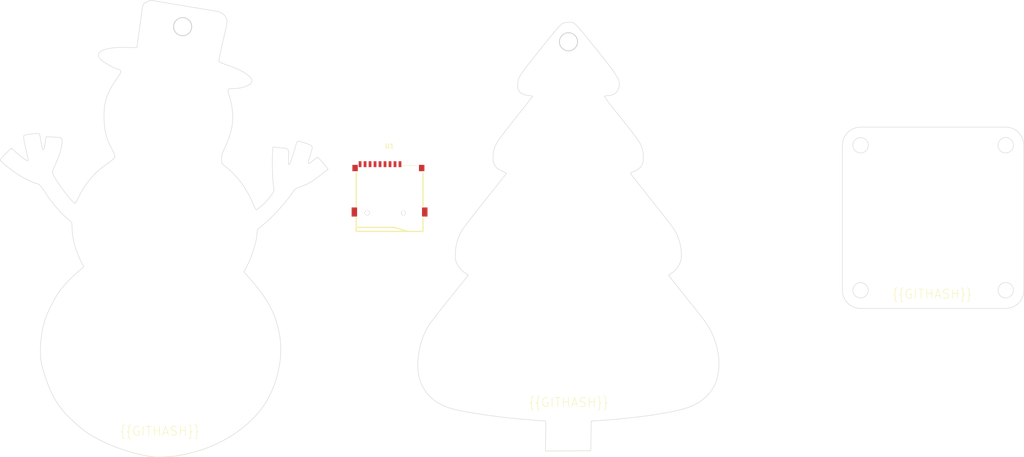
<source format=kicad_pcb>
(kicad_pcb (version 20221018) (generator pcbnew)
  (layers (0 "F.Cu" signal) (31 "B.Cu" signal) (34 "B.Paste" user) (35 "F.Paste" user) (36 "B.SilkS" user "B.Silkscreen") (37 "F.SilkS" user "F.Silkscreen") (38 "B.Mask" user) (39 "F.Mask" user) (44 "Edge.Cuts" user))
  (net 0 "")
  (net 1 "dat2_rsv_")
  (net 2 "cddat3_cs_")
  (net 3 "cmd_di_")
  (net 4 "vdd")
  (net 5 "clk_sclk_")
  (net 6 "vss")
  (net 7 "dat0_d0_")
  (net 8 "dat1_rsv_")
  (net 9 "cd")
  (net 10 "gnd")
  (footprint "lib:TF-SMD_TF-01A" (layer "F.Cu") (at 121.78 91.24)
    (fp_text reference "U1" (at 0 -9.28) (layer "F.SilkS"))
    (fp_text value "")
    (fp_line (start -7.36 -3.41) (end -7.36 4.1) (stroke (width 0.25)) (layer "F.SilkS"))
    (fp_line (start -7.36 6.52) (end -7.36 9.56) (stroke (width 0.25)) (layer "F.SilkS"))
    (fp_line (start -7.36 8.67) (end 1 8.67) (stroke (width 0.25)) (layer "F.SilkS"))
    (fp_line (start -7.36 9.09) (end -7.36 8.67) (stroke (width 0.25)) (layer "F.SilkS"))
    (fp_line (start -7.36 9.56) (end 7.37 9.56) (stroke (width 0.25)) (layer "F.SilkS"))
    (fp_line (start 1 8.67) (end 3.94 9.56) (stroke (width 0.25)) (layer "F.SilkS"))
    (fp_line (start 2.79 -4.97) (end 5.89 -4.97) (stroke (width 0.1)) (layer "F.SilkS"))
    (fp_line (start 7.37 4.17) (end 7.37 -3.33) (stroke (width 0.25)) (layer "F.SilkS"))
    (fp_line (start 7.37 9.56) (end 7.37 6.67) (stroke (width 0.25)) (layer "F.SilkS"))
    (pad "" thru_hole circle (at -4.95 5.48) (size 1 1) (drill 1) (layers "*.Cu" "*.Mask"))
    (pad "" thru_hole circle (at 3.05 5.48) (size 1 1) (drill 1) (layers "*.Cu" "*.Mask"))
    (pad "1" smd rect (at 2.3 -5.28) (size 0.6 1.3) (layers "F.Cu" "F.Paste" "F.Mask") (net 1 "dat2_rsv_"))
    (pad "2" smd rect (at 1.2 -5.28) (size 0.6 1.3) (layers "F.Cu" "F.Paste" "F.Mask") (net 2 "cddat3_cs_"))
    (pad "3" smd rect (at 0.1 -5.28) (size 0.6 1.3) (layers "F.Cu" "F.Paste" "F.Mask") (net 3 "cmd_di_"))
    (pad "4" smd rect (at -1 -5.28) (size 0.6 1.3) (layers "F.Cu" "F.Paste" "F.Mask") (net 4 "vdd"))
    (pad "5" smd rect (at -2.1 -5.28) (size 0.6 1.3) (layers "F.Cu" "F.Paste" "F.Mask") (net 5 "clk_sclk_"))
    (pad "6" smd rect (at -3.2 -5.28) (size 0.6 1.3) (layers "F.Cu" "F.Paste" "F.Mask") (net 6 "vss"))
    (pad "7" smd rect (at -4.3 -5.28) (size 0.6 1.3) (layers "F.Cu" "F.Paste" "F.Mask") (net 7 "dat0_d0_"))
    (pad "8" smd rect (at -5.4 -5.28) (size 0.6 1.3) (layers "F.Cu" "F.Paste" "F.Mask") (net 8 "dat1_rsv_"))
    (pad "9" smd rect (at -6.5 -5.28) (size 0.6 1.3) (layers "F.Cu" "F.Paste" "F.Mask") (net 9 "cd"))
    (pad "10" smd rect (at -7.6 -4.43) (size 1.2 1.4) (layers "F.Cu" "F.Paste" "F.Mask") (net 10 "gnd"))
    (pad "11" smd rect (at -7.76 5.28) (size 1.2 2) (layers "F.Cu" "F.Paste" "F.Mask") (net 10 "gnd"))
    (pad "12" smd rect (at 7.76 5.28) (size 1.2 2) (layers "F.Cu" "F.Paste" "F.Mask") (net 10 "gnd"))
    (pad "13" smd rect (at 7.08 -4.43) (size 1.2 1.4) (layers "F.Cu" "F.Paste" "F.Mask") (net 10 "gnd"))
  )
  (gr_circle (center 225.62 81.79) (end 227.32 81.79) (stroke (width 0.1)) (fill none) (layer "Edge.Cuts"))
  (gr_circle (center 257.62 113.79) (end 259.32 113.79) (stroke (width 0.1)) (fill none) (layer "Edge.Cuts"))
  (gr_circle (center 257.62 81.79) (end 259.32 81.79) (stroke (width 0.1)) (fill none) (layer "Edge.Cuts"))
  (gr_poly (pts (xy 75.142222 50.797022) (xy 79.756606 51.568267) (xy 82.366969 51.99203) (xy 83.019066 52.095762) (xy 83.303876 52.146979) (xy 83.563537 52.198618) (xy 83.799806 52.251323) (xy 84.01444 52.305736) (xy 84.209196 52.362498) (xy 84.385831 52.422252) (xy 84.546102 52.485641) (xy 84.691766 52.553306) (xy 84.824581 52.62589) (xy 84.946303 52.704035) (xy 85.05869 52.788383) (xy 85.163499 52.879577) (xy 85.262486 52.978258) (xy 85.357409 53.08507) (xy 85.479286 53.234958) (xy 85.586233 53.378736) (xy 85.634185 53.44915) (xy 85.678498 53.519015) (xy 85.719202 53.588656) (xy 85.75633 53.658402) (xy 85.789911 53.728576) (xy 85.819976 53.799506) (xy 85.846558 53.871517) (xy 85.869686 53.944936) (xy 85.889392 54.020089) (xy 85.905707 54.097301) (xy 85.918662 54.176899) (xy 85.928287 54.259209) (xy 85.934615 54.344557) (xy 85.937675 54.433269) (xy 85.937499 54.525672) (xy 85.934119 54.62209) (xy 85.927564 54.722851) (xy 85.917866 54.82828) (xy 85.889166 55.054449) (xy 85.848266 55.303204) (xy 85.795414 55.577155) (xy 85.730859 55.878909) (xy 85.654849 56.211077) (xy 84.878546 59.55341) (xy 84.657875 60.550977) (xy 84.450892 61.532488) (xy 84.331406 62.116419) (xy 84.229648 62.629765) (xy 84.15639 63.017063) (xy 84.122409 63.222849) (xy 84.123062 63.236814) (xy 84.127967 63.251873) (xy 84.137065 63.268001) (xy 84.150302 63.285171) (xy 84.167619 63.303357) (xy 84.188962 63.322534) (xy 84.214273 63.342674) (xy 84.243497 63.363751) (xy 84.313454 63.408613) (xy 84.398381 63.456909) (xy 84.497828 63.50843) (xy 84.611342 63.562966) (xy 84.738473 63.620306) (xy 84.878767 63.680241) (xy 85.031775 63.742561) (xy 85.197043 63.807056) (xy 85.374121 63.873515) (xy 85.562558 63.94173) (xy 85.7619 64.011489) (xy 85.971698 64.082583) (xy 86.585981 64.296029) (xy 87.172975 64.516947) (xy 87.730729 64.744054) (xy 88.257293 64.976069) (xy 88.75072 65.211708) (xy 89.209058 65.449689) (xy 89.63036 65.68873) (xy 90.012676 65.927548) (xy 90.354056 66.16486) (xy 90.652552 66.399385) (xy 90.906214 66.629839) (xy 91.113092 66.85494) (xy 91.271238 67.073405) (xy 91.378702 67.283953) (xy 91.412819 67.385857) (xy 91.433535 67.485301) (xy 91.440605 67.582123) (xy 91.433787 67.676165) (xy 91.41712 67.753004) (xy 91.390362 67.829368) (xy 91.35383 67.905131) (xy 91.307839 67.980165) (xy 91.252707 68.054343) (xy 91.188749 68.12754) (xy 91.116281 68.199626) (xy 91.03562 68.270477) (xy 90.947082 68.339964) (xy 90.850984 68.407961) (xy 90.747641 68.47434) (xy 90.637371 68.538975) (xy 90.520488 68.601739) (xy 90.39731 68.662505) (xy 90.268153 68.721145) (xy 90.133332 68.777534) (xy 89.993165 68.831543) (xy 89.847967 68.883047) (xy 89.543745 68.978027) (xy 89.223197 69.06146) (xy 88.888852 69.132329) (xy 88.54324 69.189618) (xy 88.188892 69.232313) (xy 88.009232 69.24787) (xy 87.828337 69.259397) (xy 87.646523 69.266767) (xy 87.464106 69.269854) (xy 87.202959 69.272042) (xy 86.97453 69.277492) (xy 86.777472 69.288473) (xy 86.690288 69.296746) (xy 86.610443 69.307253) (xy 86.537768 69.320276) (xy 86.472096 69.3361) (xy 86.413258 69.355009) (xy 86.361087 69.377285) (xy 86.315414 69.403211) (xy 86.276071 69.433073) (xy 86.24289 69.467154) (xy 86.215703 69.505736) (xy 86.194342 69.549103) (xy 86.178638 69.59754) (xy 86.168424 69.65133) (xy 86.163532 69.710755) (xy 86.163793 69.776101) (xy 86.169039 69.847649) (xy 86.179102 69.925685) (xy 86.193814 70.010491) (xy 86.236514 70.20155) (xy 86.295792 70.423093) (xy 86.370304 70.677389) (xy 86.458705 70.966708) (xy 86.582128 71.384478) (xy 86.694998 71.803093) (xy 86.797211 72.221567) (xy 86.888665 72.638919) (xy 86.969257 73.054166) (xy 87.038885 73.466323) (xy 87.097447 73.874409) (xy 87.144838 74.277439) (xy 87.180958 74.674432) (xy 87.205702 75.064404) (xy 87.21897 75.446371) (xy 87.220657 75.819352) (xy 87.210662 76.182361) (xy 87.188881 76.534418) (xy 87.155212 76.874538) (xy 87.109553 77.201739) (xy 86.986123 77.871628) (xy 86.830027 78.558912) (xy 86.643845 79.255662) (xy 86.430157 79.953949) (xy 86.19154 80.645848) (xy 85.930575 81.323429) (xy 85.649841 81.978766) (xy 85.351916 82.60393) (xy 85.189192 82.938586) (xy 85.118752 83.093315) (xy 85.055229 83.240939) (xy 84.998352 83.382431) (xy 84.947849 83.518761) (xy 84.903447 83.650903) (xy 84.864875 83.779828) (xy 84.831859 83.906506) (xy 84.804129 84.031911) (xy 84.781412 84.157013) (xy 84.763435 84.282785) (xy 84.749927 84.410197) (xy 84.740615 84.540223) (xy 84.735228 84.673833) (xy 84.733493 84.811999) (xy 84.736223 85.129082) (xy 84.741369 85.261496) (xy 84.750575 85.379459) (xy 84.764997 85.485194) (xy 84.774524 85.534172) (xy 84.785789 85.580928) (xy 84.798934 85.625739) (xy 84.814106 85.668884) (xy 84.831447 85.710641) (xy 84.851104 85.751288) (xy 84.873219 85.791103) (xy 84.897937 85.830364) (xy 84.925403 85.869349) (xy 84.955761 85.908337) (xy 84.989155 85.947605) (xy 85.02573 85.987432) (xy 85.109 86.069873) (xy 85.206725 86.157886) (xy 85.320061 86.253696) (xy 85.598185 86.477602) (xy 86.096863 86.886277) (xy 86.577755 87.306529) (xy 87.04138 87.739064) (xy 87.488258 88.184586) (xy 87.918909 88.6438) (xy 88.333852 89.117412) (xy 88.733607 89.606125) (xy 89.118694 90.110646) (xy 89.489632 90.631678) (xy 89.846941 91.169927) (xy 90.19114 91.726098) (xy 90.52275 92.300895) (xy 90.84229 92.895024) (xy 91.150279 93.509189) (xy 91.447237 94.144095) (xy 91.733683 94.800448) (xy 91.84059 95.047283) (xy 91.945802 95.277558) (xy 92.046625 95.486234) (xy 92.140364 95.668271) (xy 92.224324 95.818627) (xy 92.295813 95.932265) (xy 92.326039 95.973739) (xy 92.352136 96.004143) (xy 92.373767 96.022848) (xy 92.382804 96.027616) (xy 92.390597 96.029223) (xy 92.399173 96.028006) (xy 92.410522 96.024397) (xy 92.441219 96.010237) (xy 92.482045 95.987221) (xy 92.53236 95.955824) (xy 92.591521 95.916524) (xy 92.658887 95.869798) (xy 92.815666 95.755976) (xy 92.997564 95.618173) (xy 93.199447 95.460204) (xy 93.416182 95.285885) (xy 93.642634 95.099032) (xy 93.891007 94.882848) (xy 94.141366 94.648628) (xy 94.390948 94.400061) (xy 94.636991 94.140836) (xy 94.87673 93.874641) (xy 95.107403 93.605164) (xy 95.326247 93.336095) (xy 95.530498 93.071122) (xy 95.717394 92.813933) (xy 95.884171 92.568218) (xy 96.028066 92.337665) (xy 96.146316 92.125962) (xy 96.236159 91.936798) (xy 96.294829 91.773863) (xy 96.311612 91.703383) (xy 96.319566 91.640844) (xy 96.318345 91.586706) (xy 96.307605 91.54143) (xy 96.264441 91.378418) (xy 96.221593 91.121805) (xy 96.138989 90.373142) (xy 96.064068 89.386161) (xy 96.001109 88.251583) (xy 95.954389 87.060129) (xy 95.928186 85.902519) (xy 95.926777 84.869474) (xy 95.95444 84.051714) (xy 96.07471 82.177477) (xy 97.36716 82.304781) (xy 98.13507 82.379263) (xy 98.441266 82.413109) (xy 98.700599 82.449744) (xy 98.916803 82.492956) (xy 99.009898 82.518212) (xy 99.09361 82.546534) (xy 99.168406 82.578395) (xy 99.234753 82.614268) (xy 99.293117 82.654627) (xy 99.343964 82.699946) (xy 99.387763 82.750698) (xy 99.424978 82.807357) (xy 99.456076 82.870396) (xy 99.481525 82.94029) (xy 99.501791 83.017511) (xy 99.51734 83.102533) (xy 99.536155 83.297877) (xy 99.541702 83.530109) (xy 99.537716 83.803018) (xy 99.51607 84.486025) (xy 99.501811 85.019341) (xy 99.495778 85.429631) (xy 99.49953 85.727933) (xy 99.505563 85.838537) (xy 99.514626 85.925284) (xy 99.526915 85.989553) (xy 99.542625 86.032723) (xy 99.551823 86.046828) (xy 99.56195 86.056175) (xy 99.573029 86.060938) (xy 99.585085 86.061289) (xy 99.612224 86.049443) (xy 99.643564 86.022019) (xy 99.679299 85.980395) (xy 99.719623 85.925951) (xy 99.770963 85.835961) (xy 99.83738 85.6921) (xy 100.00736 85.267042) (xy 100.213404 84.699332) (xy 100.439353 84.037526) (xy 100.669049 83.330178) (xy 100.886332 82.625845) (xy 101.075044 81.973082) (xy 101.219027 81.420443) (xy 101.232451 81.367288) (xy 101.246658 81.317349) (xy 101.261814 81.270604) (xy 101.278084 81.227032) (xy 101.295634 81.186611) (xy 101.314631 81.149321) (xy 101.33524 81.115138) (xy 101.357628 81.084043) (xy 101.381959 81.056013) (xy 101.4084 81.031027) (xy 101.437117 81.009064) (xy 101.468275 80.990102) (xy 101.502041 80.974119) (xy 101.538581 80.961095) (xy 101.578059 80.951007) (xy 101.620643 80.943835) (xy 101.666497 80.939556) (xy 101.715788 80.938149) (xy 101.768682 80.939594) (xy 101.825345 80.943867) (xy 101.885942 80.950949) (xy 101.950639 80.960817) (xy 102.019603 80.97345) (xy 102.092998 80.988826) (xy 102.170992 81.006924) (xy 102.253749 81.027723) (xy 102.434219 81.077337) (xy 102.635734 81.137495) (xy 102.859622 81.208025) (xy 103.581471 81.438726) (xy 103.868146 81.535185) (xy 104.108644 81.625316) (xy 104.212356 81.669476) (xy 104.305459 81.713816) (xy 104.388264 81.758923) (xy 104.461082 81.805384) (xy 104.524226 81.853787) (xy 104.578006 81.904719) (xy 104.622735 81.958768) (xy 104.658725 82.01652) (xy 104.686285 82.078563) (xy 104.705729 82.145484) (xy 104.717368 82.217871) (xy 104.721513 82.296311) (xy 104.718476 82.381392) (xy 104.708568 82.4737) (xy 104.692102 82.573823) (xy 104.669388 82.682348) (xy 104.606464 82.926954) (xy 104.522289 83.212218) (xy 104.300158 83.92351) (xy 104.076968 84.658354) (xy 103.993442 84.95378) (xy 103.929762 85.203046) (xy 103.886777 85.407528) (xy 103.865337 85.568604) (xy 103.862962 85.633296) (xy 103.866292 85.687652) (xy 103.875434 85.731846) (xy 103.890492 85.766049) (xy 103.911574 85.790433) (xy 103.938786 85.805172) (xy 103.972234 85.810436) (xy 104.012025 85.806398) (xy 104.058263 85.79323) (xy 104.111056 85.771105) (xy 104.236732 85.700671) (xy 104.3899 85.596472) (xy 104.571411 85.459887) (xy 105.02286 85.095065) (xy 105.918216 84.355181) (xy 106.388476 84.86751) (xy 106.496975 84.987739) (xy 106.625318 85.133369) (xy 106.92254 85.478508) (xy 107.242155 85.858286) (xy 107.546176 86.22806) (xy 108.2336 87.076296) (xy 106.72333 88.254687) (xy 106.031007 88.783192) (xy 105.392025 89.245391) (xy 105.089314 89.453516) (xy 104.796071 89.647331) (xy 104.511007 89.827593) (xy 104.232833 89.995056) (xy 103.960259 90.150478) (xy 103.691998 90.294613) (xy 103.426759 90.428217) (xy 103.163254 90.552046) (xy 102.900193 90.666855) (xy 102.636288 90.773401) (xy 102.370249 90.872439) (xy 102.100787 90.964724) (xy 101.955978 91.013649) (xy 101.818902 91.062832) (xy 101.689432 91.112348) (xy 101.567439 91.162273) (xy 101.452795 91.212683) (xy 101.345371 91.263651) (xy 101.245039 91.315254) (xy 101.151671 91.367567) (xy 101.065138 91.420665) (xy 100.985313 91.474624) (xy 100.912065 91.529517) (xy 100.845269 91.585421) (xy 100.784794 91.642412) (xy 100.730512 91.700563) (xy 100.682296 91.759951) (xy 100.640017 91.82065) (xy 100.313962 92.312951) (xy 99.958065 92.82026) (xy 99.575318 93.339289) (xy 99.168711 93.866747) (xy 98.741234 94.399346) (xy 98.295878 94.933795) (xy 97.835635 95.466804) (xy 97.363494 95.995083) (xy 96.882446 96.515343) (xy 96.395482 97.024295) (xy 95.905593 97.518647) (xy 95.415769 97.995111) (xy 94.929002 98.450396) (xy 94.44828 98.881213) (xy 93.976596 99.284272) (xy 93.51694 99.656283) (xy 93.364132 99.777198) (xy 93.228349 99.887118) (xy 93.108601 99.987555) (xy 93.003899 100.080022) (xy 92.913256 100.166032) (xy 92.835682 100.247098) (xy 92.770188 100.324733) (xy 92.741662 100.362737) (xy 92.715786 100.40045) (xy 92.692435 100.438062) (xy 92.671487 100.475762) (xy 92.652817 100.513738) (xy 92.636302 100.552181) (xy 92.621819 100.591279) (xy 92.609244 100.631221) (xy 92.589322 100.714395) (xy 92.575548 100.803215) (xy 92.566934 100.899195) (xy 92.56249 101.003847) (xy 92.561229 101.118685) (xy 92.548214 101.459191) (xy 92.510172 101.840399) (xy 92.448603 102.257479) (xy 92.365007 102.705605) (xy 92.260885 103.179948) (xy 92.137739 103.675679) (xy 91.997068 104.187971) (xy 91.840373 104.711996) (xy 91.669155 105.242926) (xy 91.484915 105.775933) (xy 91.289154 106.306188) (xy 91.083372 106.828864) (xy 90.86907 107.339132) (xy 90.647749 107.832164) (xy 90.420909 108.303133) (xy 90.190051 108.74721) (xy 89.658061 109.729433) (xy 90.799319 111.025652) (xy 91.552256 111.894452) (xy 92.247519 112.726345) (xy 92.887901 113.52649) (xy 93.476195 114.300047) (xy 94.015193 115.052178) (xy 94.507688 115.788042) (xy 94.956473 116.5128) (xy 95.364341 117.231612) (xy 95.734083 117.949638) (xy 96.068493 118.672038) (xy 96.370364 119.403974) (xy 96.642488 120.150605) (xy 96.887657 120.917091) (xy 97.108665 121.708593) (xy 97.308304 122.530271) (xy 97.489367 123.387286) (xy 97.659586 124.435519) (xy 97.764545 125.512723) (xy 97.805707 126.613102) (xy 97.784533 127.73086) (xy 97.702485 128.860202) (xy 97.561026 129.995332) (xy 97.361618 131.130454) (xy 97.105722 132.259774) (xy 96.794801 133.377494) (xy 96.430316 134.47782) (xy 96.01373 135.554956) (xy 95.546505 136.603107) (xy 95.030102 137.616476) (xy 94.465984 138.589268) (xy 93.855613 139.515689) (xy 93.20045 140.389941) (xy 92.386005 141.350273) (xy 91.510226 142.273552) (xy 90.576227 143.158109) (xy 89.587122 144.002278) (xy 88.546024 144.80439) (xy 87.456048 145.562779) (xy 86.320308 146.275777) (xy 85.141916 146.941716) (xy 83.923988 147.558929) (xy 82.669636 148.125749) (xy 81.381976 148.640508) (xy 80.06412 149.101539) (xy 78.719182 149.507174) (xy 77.350277 149.855747) (xy 75.960518 150.145589) (xy 74.553019 150.375033) (xy 73.862872 150.459306) (xy 73.131633 150.525975) (xy 72.383923 150.574372) (xy 71.644361 150.603827) (xy 70.93757 150.613671) (xy 70.288169 150.603235) (xy 69.720779 150.57185) (xy 69.475532 150.548093) (xy 69.26002 150.518847) (xy 69.260051 150.518832) (xy 67.831835 150.262486) (xy 66.416949 149.953785) (xy 65.016193 149.592984) (xy 63.630368 149.180338) (xy 62.260274 148.716103) (xy 60.90671 148.200532) (xy 59.570477 147.633881) (xy 58.252375 147.016405) (xy 57.283074 146.528505) (xy 56.847829 146.298277) (xy 56.438641 146.072324) (xy 56.050351 145.846994) (xy 55.6778 145.618633) (xy 55.315827 145.383588) (xy 54.959273 145.138205) (xy 54.602979 144.87883) (xy 54.241783 144.601811) (xy 53.870528 144.303492) (xy 53.484054 143.980222) (xy 52.644807 143.244211) (xy 51.682765 142.36455) (xy 51.097036 141.804159) (xy 50.54538 141.238954) (xy 50.025658 140.665073) (xy 49.535731 140.078649) (xy 49.07346 139.475819) (xy 48.636705 138.852719) (xy 48.223328 138.205483) (xy 47.831189 137.530249) (xy 47.458149 136.823151) (xy 47.10207 136.080325) (xy 46.760812 135.297907) (xy 46.432236 134.472032) (xy 46.114202 133.598836) (xy 45.804573 132.674455) (xy 45.501208 131.695024) (xy 45.201968 130.656679) (xy 45.078569 130.147371) (xy 44.978794 129.594224) (xy 44.90231 129.00242) (xy 44.848785 128.377144) (xy 44.817886 127.723579) (xy 44.809281 127.046907) (xy 44.822637 126.352311) (xy 44.857621 125.644974) (xy 44.913901 124.93008) (xy 44.991145 124.212811) (xy 45.089019 123.498351) (xy 45.207191 122.791883) (xy 45.345328 122.098589) (xy 45.503099 121.423652) (xy 45.68017 120.772256) (xy 45.876208 120.149584) (xy 46.005143 119.787909) (xy 46.154924 119.401263) (xy 46.508073 118.570286) (xy 46.917749 117.69111) (xy 47.366047 116.79819) (xy 47.83506 115.92598) (xy 48.306883 115.108937) (xy 48.76361 114.381515) (xy 48.980717 114.062179) (xy 49.187335 113.77817) (xy 49.387433 113.519297) (xy 49.599256 113.255538) (xy 50.056372 112.715109) (xy 50.555279 112.160374) (xy 51.092575 111.594824) (xy 51.664855 111.021952) (xy 52.268718 110.445248) (xy 52.900758 109.868205) (xy 53.557574 109.294314) (xy 54.329783 108.634142) (xy 53.616031 107.110232) (xy 53.390001 106.6154) (xy 53.179365 106.128819) (xy 52.984012 105.650049) (xy 52.803829 105.178652) (xy 52.638704 104.71419) (xy 52.488525 104.256224) (xy 52.353181 103.804315) (xy 52.232559 103.358025) (xy 52.126547 102.916915) (xy 52.035034 102.480548) (xy 51.957906 102.048484) (xy 51.895053 101.620284) (xy 51.846363 101.195511) (xy 51.811722 100.773726) (xy 51.79102 100.35449) (xy 51.784144 99.937365) (xy 51.780657 99.620612) (xy 51.776007 99.482669) (xy 51.769161 99.357285) (xy 51.759927 99.243666) (xy 51.748111 99.141014) (xy 51.733519 99.048534) (xy 51.715958 98.96543) (xy 51.695233 98.890904) (xy 51.671153 98.824161) (xy 51.643523 98.764406) (xy 51.612149 98.71084) (xy 51.576839 98.662669) (xy 51.537399 98.619096) (xy 51.493635 98.579325) (xy 51.445353 98.542559) (xy 51.149902 98.324092) (xy 50.839064 98.073347) (xy 50.514896 97.792628) (xy 50.179453 97.484238) (xy 49.834791 97.150482) (xy 49.482966 96.793665) (xy 49.126033 96.41609) (xy 48.766047 96.020062) (xy 48.405065 95.607885) (xy 48.045142 95.181864) (xy 47.688333 94.744302) (xy 47.336694 94.297504) (xy 46.992281 93.843774) (xy 46.657149 93.385417) (xy 46.333354 92.924737) (xy 46.022952 92.464037) (xy 45.611719 91.844971) (xy 45.279782 91.362091) (xy 45.137757 91.165551) (xy 45.008606 90.995655) (xy 44.89001 90.849933) (xy 44.779654 90.725918) (xy 44.675221 90.621143) (xy 44.574392 90.533138) (xy 44.474852 90.459437) (xy 44.374284 90.397571) (xy 44.27037 90.345073) (xy 44.160793 90.299474) (xy 44.043237 90.258307) (xy 43.915385 90.219103) (xy 43.593888 90.117525) (xy 43.255864 89.996009) (xy 42.903268 89.855657) (xy 42.538058 89.697573) (xy 42.162189 89.522858) (xy 41.777618 89.332616) (xy 41.386301 89.127951) (xy 40.990194 88.909964) (xy 40.591254 88.679759) (xy 40.191438 88.438438) (xy 39.792701 88.187105) (xy 39.396999 87.926862) (xy 39.00629 87.658812) (xy 38.622529 87.384058) (xy 38.247673 87.103703) (xy 37.883677 86.81885) (xy 37.49456 86.502783) (xy 37.131548 86.199554) (xy 36.802586 85.916398) (xy 36.515619 85.660548) (xy 36.278593 85.439239) (xy 36.099452 85.259705) (xy 36.034071 85.187865) (xy 35.986141 85.129182) (xy 35.956654 85.08456) (xy 35.946605 85.054903) (xy 35.948192 85.042433) (xy 35.952903 85.026953) (xy 35.971384 84.987332) (xy 36.001425 84.936776) (xy 36.042403 84.876021) (xy 36.093695 84.805804) (xy 36.154681 84.726859) (xy 36.224736 84.639924) (xy 36.303239 84.545735) (xy 36.389567 84.445026) (xy 36.483097 84.338536) (xy 36.689276 84.11115) (xy 36.916796 83.869466) (xy 37.037003 83.745102) (xy 37.160678 83.619372) (xy 38.374759 82.395922) (xy 39.365809 83.301684) (xy 39.814301 83.698656) (xy 40.266196 84.075272) (xy 40.704205 84.419302) (xy 41.111041 84.718514) (xy 41.469414 84.960676) (xy 41.625024 85.056541) (xy 41.762035 85.133557) (xy 41.878286 85.190195) (xy 41.971615 85.224926) (xy 42.039863 85.236222) (xy 42.063905 85.232603) (xy 42.080867 85.222552) (xy 42.085566 85.215268) (xy 42.089233 85.203934) (xy 42.093537 85.169549) (xy 42.093921 85.120268) (xy 42.090523 85.056964) (xy 42.083485 84.98051) (xy 42.072948 84.891778) (xy 42.059051 84.79164) (xy 42.041937 84.68097) (xy 41.998614 84.43152) (xy 41.944105 84.150408) (xy 41.879534 83.844615) (xy 41.806025 83.52112) (xy 41.578977 82.541169) (xy 41.399614 81.732306) (xy 41.265507 81.079136) (xy 41.174225 80.56626) (xy 41.123338 80.17828) (xy 41.112283 80.026315) (xy 41.110416 79.899799) (xy 41.117432 79.796809) (xy 41.133029 79.71542) (xy 41.156901 79.653706) (xy 41.188746 79.609743) (xy 41.213078 79.592846) (xy 41.252556 79.575085) (xy 41.372962 79.537437) (xy 41.541984 79.497733) (xy 41.751641 79.456905) (xy 42.26094 79.37561) (xy 42.837013 79.301016) (xy 43.416018 79.240586) (xy 43.934111 79.201782) (xy 44.150364 79.192822) (xy 44.327447 79.192067) (xy 44.45738 79.20045) (xy 44.532183 79.218905) (xy 44.538527 79.223215) (xy 44.545097 79.229471) (xy 44.551878 79.23762) (xy 44.558855 79.247608) (xy 44.573336 79.272888) (xy 44.588416 79.304879) (xy 44.603974 79.343154) (xy 44.619887 79.387282) (xy 44.636031 79.436835) (xy 44.652284 79.491383) (xy 44.668525 79.550496) (xy 44.684629 79.613746) (xy 44.700475 79.680703) (xy 44.715939 79.750937) (xy 44.7309 79.82402) (xy 44.745234 79.899521) (xy 44.75882 79.977012) (xy 44.771533 80.056063) (xy 44.946351 81.130774) (xy 45.025944 81.564983) (xy 45.101061 81.931234) (xy 45.172253 82.230134) (xy 45.24007 82.462288) (xy 45.305063 82.628302) (xy 45.336673 82.686696) (xy 45.367783 82.728781) (xy 45.398463 82.754634) (xy 45.428781 82.764331) (xy 45.458807 82.757947) (xy 45.488608 82.735557) (xy 45.518254 82.697238) (xy 45.547814 82.643066) (xy 45.606951 82.487462) (xy 45.666568 82.269351) (xy 45.727218 81.98934) (xy 45.78945 81.648032) (xy 45.853816 81.246035) (xy 46.055377 79.918581) (xy 47.417926 79.96628) (xy 48.109143 79.993687) (xy 48.392021 80.009194) (xy 48.636741 80.027435) (xy 48.846051 80.049559) (xy 49.022696 80.076715) (xy 49.169424 80.110051) (xy 49.288982 80.150717) (xy 49.339431 80.174158) (xy 49.384117 80.199861) (xy 49.423385 80.227972) (xy 49.457577 80.258632) (xy 49.487036 80.291987) (xy 49.512107 80.32818) (xy 49.533132 80.367353) (xy 49.550455 80.409652) (xy 49.575367 80.504197) (xy 49.589592 80.612965) (xy 49.595876 80.737105) (xy 49.596965 80.877764) (xy 49.590289 81.099803) (xy 49.571905 81.336737) (xy 49.542029 81.587807) (xy 49.500879 81.852253) (xy 49.448672 82.129318) (xy 49.385623 82.418243) (xy 49.311951 82.718269) (xy 49.227873 83.028637) (xy 49.133604 83.34859) (xy 49.029362 83.677367) (xy 48.915364 84.014212) (xy 48.791827 84.358364) (xy 48.658967 84.709065) (xy 48.517002 85.065558) (xy 48.366148 85.427082) (xy 48.206622 85.792879) (xy 47.949769 86.374791) (xy 47.755997 86.832451) (xy 47.68104 87.021721) (xy 47.619784 87.188367) (xy 47.571537 87.335205) (xy 47.535609 87.465048) (xy 47.511311 87.580709) (xy 47.497952 87.685002) (xy 47.494842 87.78074) (xy 47.501291 87.870737) (xy 47.516609 87.957807) (xy 47.540106 88.044763) (xy 47.571091 88.134418) (xy 47.608874 88.229586) (xy 47.761079 88.551834) (xy 47.975096 88.939463) (xy 48.241913 89.380584) (xy 48.55252 89.863307) (xy 49.269066 90.905997) (xy 50.052651 91.972411) (xy 50.831193 92.967426) (xy 51.196047 93.408433) (xy 51.532609 93.795921) (xy 51.831869 94.117998) (xy 52.084818 94.362774) (xy 52.282443 94.518359) (xy 52.357694 94.558989) (xy 52.415736 94.572863) (xy 52.426811 94.571375) (xy 52.439084 94.56696) (xy 52.452509 94.559691) (xy 52.467041 94.549641) (xy 52.482633 94.536883) (xy 52.499239 94.521489) (xy 52.516813 94.503532) (xy 52.535309 94.483086) (xy 52.574881 94.435018) (xy 52.617586 94.377866) (xy 52.663055 94.312214) (xy 52.710918 94.238646) (xy 52.760808 94.157745) (xy 52.812354 94.070093) (xy 52.865187 93.976276) (xy 52.918939 93.876875) (xy 52.97324 93.772474) (xy 53.02772 93.663657) (xy 53.082012 93.551007) (xy 53.135745 93.435107) (xy 53.405424 92.869327) (xy 53.69623 92.311615) (xy 54.007442 91.76282) (xy 54.338342 91.223792) (xy 54.688208 90.695381) (xy 55.05632 90.178436) (xy 55.441958 89.673808) (xy 55.844402 89.182347) (xy 56.262932 88.704901) (xy 56.696828 88.242322) (xy 57.145369 87.795459) (xy 57.607836 87.365163) (xy 58.083508 86.952281) (xy 58.571665 86.557666) (xy 59.071586 86.182166) (xy 59.582553 85.826632) (xy 59.914962 85.598282) (xy 60.214172 85.3804) (xy 60.477869 85.17504) (xy 60.595674 85.077698) (xy 60.703732 84.984257) (xy 60.801753 84.894974) (xy 60.889447 84.810106) (xy 60.966524 84.72991) (xy 61.032694 84.654642) (xy 61.087669 84.584559) (xy 61.131158 84.519919) (xy 61.162872 84.460977) (xy 61.182521 84.407992) (xy 61.189444 84.378526) (xy 61.194656 84.347449) (xy 61.198136 84.314702) (xy 61.199864 84.280227) (xy 61.197977 84.205863) (xy 61.188829 84.123892) (xy 61.172254 84.033852) (xy 61.148084 83.935279) (xy 61.116154 83.82771) (xy 61.076297 83.71068) (xy 61.028345 83.583727) (xy 60.972134 83.446388) (xy 60.907495 83.298197) (xy 60.834263 83.138693) (xy 60.75227 82.967412) (xy 60.661351 82.783889) (xy 60.561339 82.587662) (xy 60.452067 82.378268) (xy 60.237971 81.961359) (xy 60.041673 81.555601) (xy 59.862568 81.158484) (xy 59.700049 80.767498) (xy 59.553508 80.380135) (xy 59.422339 79.993885) (xy 59.305935 79.60624) (xy 59.203689 79.21469) (xy 59.114995 78.816725) (xy 59.039245 78.409838) (xy 58.975833 77.991518) (xy 58.924151 77.559256) (xy 58.883594 77.110544) (xy 58.853553 76.642872) (xy 58.833423 76.153731) (xy 58.822596 75.640612) (xy 58.82378 75.019765) (xy 58.843433 74.425285) (xy 58.882591 73.854032) (xy 58.942291 73.302869) (xy 59.023569 72.768658) (xy 59.127459 72.248262) (xy 59.255 71.738542) (xy 59.407225 71.236361) (xy 59.585172 70.73858) (xy 59.789877 70.242062) (xy 60.022374 69.743669) (xy 60.283701 69.240263) (xy 60.574893 68.728705) (xy 60.896986 68.205859) (xy 61.251015 67.668586) (xy 61.638018 67.113749) (xy 61.84244 66.825076) (xy 62.020375 66.566593) (xy 62.17201 66.336298) (xy 62.29753 66.132187) (xy 62.397121 65.95226) (xy 62.470968 65.794512) (xy 62.498296 65.72333) (xy 62.519258 65.656942) (xy 62.533877 65.595098) (xy 62.542176 65.537547) (xy 62.544179 65.484039) (xy 62.539908 65.434323) (xy 62.529387 65.388151) (xy 62.512639 65.34527) (xy 62.489688 65.305431) (xy 62.460556 65.268384) (xy 62.425267 65.233878) (xy 62.383844 65.201662) (xy 62.33631 65.171487) (xy 62.282689 65.143103) (xy 62.157276 65.090703) (xy 62.007792 65.042459) (xy 61.834422 64.996371) (xy 61.657986 64.943069) (xy 61.445562 64.862593) (xy 61.203024 64.758325) (xy 60.93625 64.633653) (xy 60.353499 64.336631) (xy 59.744319 63.998608) (xy 59.155721 63.646664) (xy 58.634716 63.307879) (xy 58.414252 63.151884) (xy 58.228316 63.009334) (xy 58.082783 62.883614) (xy 57.983531 62.778109) (xy 57.869943 62.622242) (xy 57.777351 62.470362) (xy 57.705558 62.322559) (xy 57.654369 62.178917) (xy 57.623588 62.039526) (xy 57.613018 61.904471) (xy 57.622463 61.773839) (xy 57.651728 61.647718) (xy 57.700616 61.526195) (xy 57.768931 61.409356) (xy 57.856477 61.297289) (xy 57.963058 61.190081) (xy 58.088479 61.087819) (xy 58.232542 60.99059) (xy 58.395052 60.89848) (xy 58.575812 60.811578) (xy 58.774627 60.72997) (xy 58.991301 60.653743) (xy 59.225638 60.582984) (xy 59.477441 60.51778) (xy 59.746514 60.458218) (xy 60.032661 60.404385) (xy 60.335687 60.356369) (xy 60.655395 60.314256) (xy 60.991589 60.278134) (xy 61.344073 60.248089) (xy 61.712651 60.224208) (xy 62.097127 60.20658) (xy 62.497305 60.195289) (xy 62.912988 60.190424) (xy 63.343981 60.192072) (xy 63.790088 60.20032) (xy 66.056857 60.258219) (xy 66.273486 58.80189) (xy 66.542465 56.891029) (xy 66.884944 54.341891) (xy 67.190183 52.053843) (xy 67.248082 51.679802) (xy 67.303557 51.37005) (xy 67.359078 51.117137) (xy 67.417116 50.913616) (xy 67.48014 50.752035) (xy 67.55062 50.624945) (xy 67.631027 50.524898) (xy 67.72383 50.444442) (xy 67.831501 50.37613) (xy 67.956508 50.312512) (xy 68.268412 50.169558) (xy 69.100734 49.778315)) (stroke (width 0.1)) (fill none) (layer "Edge.Cuts"))
  (gr_arc (start 261.62 113.79) (mid 260.448427 116.618427) (end 257.62 117.79) (stroke (width 0.1)) (layer "Edge.Cuts"))
  (gr_arc (start 225.62 117.79) (mid 222.791573 116.618427) (end 221.62 113.79) (stroke (width 0.1)) (layer "Edge.Cuts"))
  (gr_line (start 261.62 113.79) (end 261.62 81.79) (stroke (width 0.1)) (layer "Edge.Cuts"))
  (gr_circle (center 161.229974 58.946031) (end 163.229974 58.946031) (stroke (width 0.2)) (fill none) (layer "Edge.Cuts"))
  (gr_line (start 221.62 81.79) (end 221.62 113.79) (stroke (width 0.1)) (layer "Edge.Cuts"))
  (gr_arc (start 257.62 77.79) (mid 260.448427 78.961573) (end 261.62 81.79) (stroke (width 0.1)) (layer "Edge.Cuts"))
  (gr_poly (pts (xy 161.429183 54.643361) (xy 161.588699 54.648976) (xy 161.743405 54.660128) (xy 161.8913 54.67685) (xy 162.030385 54.699174) (xy 162.158659 54.727132) (xy 162.274122 54.760758) (xy 162.374774 54.800082) (xy 162.418214 54.822065) (xy 162.465501 54.850416) (xy 162.517128 54.885713) (xy 162.573587 54.928531) (xy 162.702967 55.039035) (xy 162.857578 55.186538) (xy 163.041357 55.37565) (xy 163.258241 55.610981) (xy 163.512165 55.897139) (xy 163.807067 56.238735) (xy 164.146884 56.640378) (xy 164.53555 57.106678) (xy 164.977005 57.642244) (xy 165.475183 58.251687) (xy 166.657456 59.710639) (xy 168.113864 61.520411) (xy 169.490282 63.25197) (xy 170.562092 64.650979) (xy 170.993296 65.243203) (xy 171.359779 65.7732) (xy 171.665351 66.247941) (xy 171.913823 66.674396) (xy 172.109006 67.059535) (xy 172.254708 67.41033) (xy 172.354741 67.733749) (xy 172.412915 68.036764) (xy 172.433041 68.326344) (xy 172.418927 68.609461) (xy 172.374385 68.893084) (xy 172.303226 69.184183) (xy 172.274597 69.278158) (xy 172.242 69.369887) (xy 172.205507 69.459324) (xy 172.165188 69.546423) (xy 172.121114 69.631137) (xy 172.073357 69.713419) (xy 172.021987 69.793223) (xy 171.967076 69.870502) (xy 171.908694 69.945208) (xy 171.846914 70.017296) (xy 171.781806 70.08672) (xy 171.71344 70.153431) (xy 171.641889 70.217383) (xy 171.567223 70.278531) (xy 171.489513 70.336826) (xy 171.408831 70.392223) (xy 171.325247 70.444674) (xy 171.238833 70.494134) (xy 171.14966 70.540554) (xy 171.057799 70.58389) (xy 170.96332 70.624093) (xy 170.866295 70.661118) (xy 170.766796 70.694917) (xy 170.664893 70.725444) (xy 170.560657 70.752652) (xy 170.45416 70.776495) (xy 170.345472 70.796926) (xy 170.234664 70.813898) (xy 170.121809 70.827364) (xy 170.006976 70.837278) (xy 169.890237 70.843593) (xy 169.771663 70.846262) (xy 169.726607 70.847177) (xy 169.681188 70.849133) (xy 169.590479 70.855957) (xy 169.501974 70.8663) (xy 169.418107 70.879728) (xy 169.378675 70.887463) (xy 169.341315 70.895806) (xy 169.306334 70.904703) (xy 169.274034 70.9141) (xy 169.244721 70.923942) (xy 169.218699 70.934176) (xy 169.196272 70.944746) (xy 169.177745 70.955599) (xy 169.171643 70.965792) (xy 169.172154 70.983757) (xy 169.17922 71.009417) (xy 169.192785 71.042693) (xy 169.239181 71.131786) (xy 169.310885 71.250417) (xy 169.407439 71.397965) (xy 169.528385 71.573811) (xy 169.673265 71.777334) (xy 169.841623 72.007915) (xy 170.246938 72.547768) (xy 170.740668 73.18841) (xy 171.319154 73.924882) (xy 171.978732 74.752222) (xy 174.641332 78.093405) (xy 175.537111 79.246786) (xy 176.200008 80.134787) (xy 176.673118 80.816979) (xy 176.99954 81.352933) (xy 177.222371 81.802218) (xy 177.384708 82.224406) (xy 177.462833 82.472098) (xy 177.531331 82.72855) (xy 177.59016 82.991701) (xy 177.639284 83.259489) (xy 177.678662 83.529854) (xy 177.708257 83.800735) (xy 177.728028 84.070071) (xy 177.737937 84.335802) (xy 177.737946 84.595867) (xy 177.728014 84.848205) (xy 177.708104 85.090755) (xy 177.678176 85.321456) (xy 177.638191 85.538248) (xy 177.588111 85.739069) (xy 177.527896 85.92186) (xy 177.457507 86.084559) (xy 177.391656 86.207668) (xy 177.318059 86.327563) (xy 177.236853 86.444134) (xy 177.148173 86.557272) (xy 177.052156 86.666869) (xy 176.948938 86.772814) (xy 176.838657 86.874999) (xy 176.721448 86.973315) (xy 176.597448 87.067652) (xy 176.466794 87.157903) (xy 176.32962 87.243956) (xy 176.186065 87.325705) (xy 176.036265 87.403039) (xy 175.880355 87.475849) (xy 175.718473 87.544027) (xy 175.550754 87.607462) (xy 175.482045 87.632835) (xy 175.415483 87.658969) (xy 175.351405 87.685667) (xy 175.290146 87.712731) (xy 175.23204 87.739963) (xy 175.177423 87.767164) (xy 175.126631 87.794136) (xy 175.079997 87.820681) (xy 175.037859 87.846601) (xy 175.00055 87.871698) (xy 174.968407 87.895773) (xy 174.941764 87.918629) (xy 174.920956 87.940066) (xy 174.90632 87.959888) (xy 174.898189 87.977896) (xy 174.896668 87.986157) (xy 174.8969 87.993891) (xy 174.922027 88.037315) (xy 174.991394 88.135797) (xy 175.25375 88.486297) (xy 176.209258 89.720013) (xy 177.617844 91.508896) (xy 179.333926 93.666804) (xy 181.092323 95.879526) (xy 182.616098 97.817656) (xy 183.742073 99.272256) (xy 184.307071 100.034388) (xy 184.515284 100.360502) (xy 184.7117 100.694247) (xy 184.896111 101.034954) (xy 185.068309 101.381957) (xy 185.228084 101.734588) (xy 185.375229 102.092181) (xy 185.509535 102.454068) (xy 185.630794 102.819582) (xy 185.738797 103.188056) (xy 185.833335 103.558822) (xy 185.914201 103.931214) (xy 185.981186 104.304563) (xy 186.034081 104.678204) (xy 186.072678 105.051468) (xy 186.096768 105.423689) (xy 186.106143 105.794199) (xy 186.105091 106.172735) (xy 186.095928 106.491761) (xy 186.087599 106.633067) (xy 186.076394 106.764426) (xy 186.062032 106.887483) (xy 186.044229 107.003882) (xy 186.022703 107.115265) (xy 185.997171 107.223277) (xy 185.967351 107.329562) (xy 185.932961 107.435763) (xy 185.893716 107.543524) (xy 185.849336 107.654488) (xy 185.744037 107.892603) (xy 185.654537 108.079442) (xy 185.563285 108.257402) (xy 185.469989 108.426825) (xy 185.374358 108.588053) (xy 185.276102 108.741425) (xy 185.174928 108.887283) (xy 185.070547 109.025968) (xy 184.962667 109.15782) (xy 184.850997 109.283181) (xy 184.735246 109.402392) (xy 184.615122 109.515794) (xy 184.490336 109.623727) (xy 184.360596 109.726532) (xy 184.22561 109.824551) (xy 184.085088 109.918125) (xy 183.938739 110.007593) (xy 183.810996 110.084401) (xy 183.691836 110.159793) (xy 183.583867 110.231854) (xy 183.489696 110.298666) (xy 183.41193 110.358313) (xy 183.380014 110.384851) (xy 183.353176 110.408878) (xy 183.331744 110.430155) (xy 183.316042 110.448443) (xy 183.306397 110.463502) (xy 183.303947 110.469746) (xy 183.303134 110.475092) (xy 183.318272 110.503511) (xy 183.362609 110.567965) (xy 183.532916 110.797359) (xy 183.802115 111.148045) (xy 184.158269 111.604794) (xy 185.08369 112.775559) (xy 186.213672 114.187815) (xy 189.362188 118.120691) (xy 190.402126 119.447898) (xy 191.169656 120.462983) (xy 191.727633 121.251467) (xy 192.13891 121.898876) (xy 192.466342 122.490732) (xy 192.772785 123.112559) (xy 193.051147 123.726705) (xy 193.303988 124.346147) (xy 193.531154 124.969731) (xy 193.732492 125.596305) (xy 193.907848 126.224716) (xy 194.05707 126.853811) (xy 194.180003 127.482437) (xy 194.276494 128.109442) (xy 194.346391 128.733673) (xy 194.389538 129.353977) (xy 194.405784 129.969202) (xy 194.394974 130.578194) (xy 194.356955 131.1798) (xy 194.291575 131.772869) (xy 194.198678 132.356247) (xy 194.078113 132.928782) (xy 193.929544 133.476781) (xy 193.74781 134.009233) (xy 193.533455 134.525547) (xy 193.287022 135.025131) (xy 193.009057 135.507395) (xy 192.700103 135.971748) (xy 192.360704 136.4176) (xy 191.991405 136.844359) (xy 191.592749 137.251434) (xy 191.165282 137.638235) (xy 190.709547 138.004171) (xy 190.226087 138.348651) (xy 189.715449 138.671084) (xy 189.178175 138.970879) (xy 188.61481 139.247446) (xy 188.025897 139.500193) (xy 187.387382 139.730873) (xy 186.62691 139.962173) (xy 185.752713 140.192844) (xy 184.773022 140.421641) (xy 182.530085 140.868622) (xy 179.96395 141.293139) (xy 177.140466 141.685214) (xy 174.125485 142.034872) (xy 170.984858 142.332135) (xy 167.784435 142.567026) (xy 166.231372 142.664027) (xy 166.19247 145.936793) (xy 166.153667 149.209559) (xy 161.14812 149.247553) (xy 156.142551 149.285548) (xy 156.211231 145.955256) (xy 156.23825 144.264273) (xy 156.238691 143.682086) (xy 156.22939 143.24944) (xy 156.209575 142.946836) (xy 156.195482 142.838207) (xy 156.178471 142.754778) (xy 156.158445 142.69411) (xy 156.135307 142.653767) (xy 156.108961 142.631312) (xy 156.079311 142.624308) (xy 155.214992 142.57575) (xy 153.588337 142.458798) (xy 151.746032 142.31468) (xy 150.23476 142.184626) (xy 147.951424 141.950142) (xy 145.645248 141.676286) (xy 143.382545 141.373503) (xy 141.229626 141.052239) (xy 139.252805 140.722941) (xy 137.518395 140.396054) (xy 136.092708 140.082025) (xy 135.042056 139.7913) (xy 134.381421 139.556594) (xy 133.752014 139.295735) (xy 133.153989 139.00888) (xy 132.587501 138.696185) (xy 132.052705 138.357807) (xy 131.549756 137.993902) (xy 131.078809 137.604627) (xy 130.64002 137.190138) (xy 130.233542 136.750592) (xy 129.859531 136.286146) (xy 129.518141 135.796955) (xy 129.209529 135.283176) (xy 128.933847 134.744967) (xy 128.691252 134.182482) (xy 128.481899 133.59588) (xy 128.305942 132.985316) (xy 128.169056 132.349397) (xy 128.072975 131.677754) (xy 128.016707 130.975694) (xy 127.999256 130.248525) (xy 128.019631 129.501555) (xy 128.076838 128.740093) (xy 128.169883 127.969445) (xy 128.297773 127.19492) (xy 128.459515 126.421826) (xy 128.654115 125.65547) (xy 128.880581 124.901161) (xy 129.137918 124.164206) (xy 129.425134 123.449914) (xy 129.741235 122.763591) (xy 130.085228 122.110547) (xy 130.456119 121.496088) (xy 130.678839 121.176405) (xy 131.044408 120.681658) (xy 131.533542 120.036727) (xy 132.126955 119.266491) (xy 133.549488 117.449628) (xy 135.157733 115.430109) (xy 139.156955 110.449519) (xy 138.361812 109.926661) (xy 138.191303 109.808793) (xy 138.024907 109.682349) (xy 137.863136 109.547997) (xy 137.706502 109.406407) (xy 137.555518 109.258246) (xy 137.410696 109.104183) (xy 137.27255 108.944887) (xy 137.141591 108.781027) (xy 137.018333 108.613271) (xy 136.903287 108.442289) (xy 136.796967 108.268748) (xy 136.699885 108.093317) (xy 136.612554 107.916666) (xy 136.535485 107.739462) (xy 136.469192 107.562375) (xy 136.414188 107.386072) (xy 136.393025 107.303561) (xy 136.373683 107.213821) (xy 136.356172 107.117074) (xy 136.340506 107.013541) (xy 136.326696 106.903442) (xy 136.314755 106.786999) (xy 136.296527 106.535963) (xy 136.28592 106.262201) (xy 136.28303 105.96748) (xy 136.287955 105.653567) (xy 136.300792 105.32223) (xy 136.322244 104.998512) (xy 136.354436 104.675622) (xy 136.397314 104.353731) (xy 136.450821 104.033012) (xy 136.514903 103.713637) (xy 136.589505 103.395777) (xy 136.67457 103.079605) (xy 136.770045 102.765293) (xy 136.875873 102.453014) (xy 136.991999 102.142939) (xy 137.118369 101.83524) (xy 137.254926 101.53009) (xy 137.401615 101.227661) (xy 137.558383 100.928125) (xy 137.725172 100.631653) (xy 137.901927 100.338419) (xy 138.126212 100.011097) (xy 138.51292 99.483877) (xy 139.040899 98.784161) (xy 139.688993 97.939352) (xy 141.260913 95.92407) (xy 143.059451 93.657252) (xy 146.236175 89.672407) (xy 147.202546 88.449633) (xy 147.557468 87.987986) (xy 147.556054 87.984938) (xy 147.551858 87.980582) (xy 147.535398 87.968089) (xy 147.508643 87.9508) (xy 147.472146 87.929003) (xy 147.372145 87.873051) (xy 147.239832 87.802557) (xy 147.079641 87.719846) (xy 146.896006 87.62724) (xy 146.693363 87.527063) (xy 146.476146 87.421641) (xy 146.164445 87.267635) (xy 146.029652 87.197126) (xy 145.907363 87.129704) (xy 145.796428 87.064435) (xy 145.695696 87.000386) (xy 145.604016 86.936623) (xy 145.520238 86.872216) (xy 145.443212 86.806229) (xy 145.371787 86.737731) (xy 145.304812 86.665788) (xy 145.241137 86.589467) (xy 145.179611 86.507836) (xy 145.119084 86.419962) (xy 145.058406 86.324911) (xy 144.996425 86.221751) (xy 144.936178 86.116882) (xy 144.882127 86.017884) (xy 144.833953 85.923336) (xy 144.791331 85.831816) (xy 144.753942 85.741904) (xy 144.721463 85.652177) (xy 144.693573 85.561215) (xy 144.669949 85.467596) (xy 144.65027 85.3699) (xy 144.634215 85.266704) (xy 144.621462 85.156587) (xy 144.611688 85.038128) (xy 144.604572 84.909906) (xy 144.599793 84.7705) (xy 144.597029 84.618488) (xy 144.595958 84.452448) (xy 144.599628 84.195279) (xy 144.611925 83.944089) (xy 144.633095 83.698112) (xy 144.663381 83.456583) (xy 144.703029 83.218738) (xy 144.752282 82.983811) (xy 144.811387 82.751037) (xy 144.880586 82.519652) (xy 144.960125 82.28889) (xy 145.050249 82.057986) (xy 145.151202 81.826176) (xy 145.26323 81.592694) (xy 145.386575 81.356776) (xy 145.521483 81.117655) (xy 145.6682 80.874568) (xy 145.826969 80.626749) (xy 146.032392 80.333611) (xy 146.358724 79.892071) (xy 147.30702 78.650511) (xy 148.537667 77.075522) (xy 149.916477 75.340556) (xy 151.237226 73.678901) (xy 152.309769 72.303534) (xy 153.024068 71.357417) (xy 153.212489 71.090004) (xy 153.258499 71.015527) (xy 153.270084 70.983515) (xy 153.265966 70.978423) (xy 153.259854 70.973183) (xy 153.251803 70.967809) (xy 153.241867 70.96231) (xy 153.216558 70.950987) (xy 153.184364 70.939307) (xy 153.14572 70.927361) (xy 153.101062 70.915241) (xy 153.050827 70.903038) (xy 152.995449 70.890845) (xy 152.935366 70.878753) (xy 152.871013 70.866854) (xy 152.802825 70.855239) (xy 152.73124 70.844002) (xy 152.656692 70.833232) (xy 152.579618 70.823023) (xy 152.500454 70.813465) (xy 152.419635 70.804652) (xy 152.231149 70.781807) (xy 152.048915 70.752885) (xy 151.873161 70.717993) (xy 151.704112 70.677241) (xy 151.541996 70.63074) (xy 151.387039 70.578598) (xy 151.239467 70.520925) (xy 151.099507 70.457831) (xy 150.967385 70.389425) (xy 150.843329 70.315816) (xy 150.727564 70.237115) (xy 150.620318 70.153431) (xy 150.521817 70.064872) (xy 150.432287 69.97155) (xy 150.351955 69.873574) (xy 150.281047 69.771052) (xy 150.239903 69.703254) (xy 150.203083 69.636552) (xy 150.170436 69.569895) (xy 150.141808 69.502228) (xy 150.117043 69.432499) (xy 150.095989 69.359654) (xy 150.078492 69.282642) (xy 150.064398 69.200408) (xy 150.053553 69.111901) (xy 150.045804 69.016066) (xy 150.040997 68.911851) (xy 150.038978 68.798203) (xy 150.039593 68.674069) (xy 150.042688 68.538396) (xy 150.04811 68.39013) (xy 150.055705 68.22822) (xy 150.072415 67.962758) (xy 150.098332 67.715002) (xy 150.116664 67.59479) (xy 150.139604 67.475438) (xy 150.16792 67.355755) (xy 150.202381 67.234552) (xy 150.243756 67.110641) (xy 150.292814 66.982832) (xy 150.350322 66.849936) (xy 150.41705 66.710763) (xy 150.493766 66.564125) (xy 150.58124 66.408832) (xy 150.680239 66.243695) (xy 150.791532 66.067525) (xy 150.915888 65.879133) (xy 151.054076 65.677329) (xy 151.375022 65.228731) (xy 151.760519 64.712216) (xy 152.216716 64.11827) (xy 152.749763 63.437382) (xy 153.365808 62.660036) (xy 154.871494 60.777918) (xy 157.351611 57.70227) (xy 158.182147 56.694478) (xy 158.801918 55.969401) (xy 159.257611 55.474061) (xy 159.595914 55.15548) (xy 159.735634 55.045918) (xy 159.863513 54.960679) (xy 160.107097 54.83668) (xy 160.2199 54.793912) (xy 160.345893 54.756391) (xy 160.483077 54.724149) (xy 160.629452 54.697218) (xy 160.783018 54.67563) (xy 160.941774 54.659418) (xy 161.10372 54.648615) (xy 161.266857 54.643252)) (stroke (width 0.1)) (fill none) (layer "Edge.Cuts"))
  (gr_line (start 257.62 77.79) (end 225.62 77.79) (stroke (width 0.1)) (layer "Edge.Cuts"))
  (gr_arc (start 221.62 81.79) (mid 222.791573 78.961573) (end 225.62 77.79) (stroke (width 0.1)) (layer "Edge.Cuts"))
  (gr_circle (center 225.62 113.79) (end 227.32 113.79) (stroke (width 0.1)) (fill none) (layer "Edge.Cuts"))
  (gr_circle (center 76.165146 55.61107) (end 78.165146 55.61107) (stroke (width 0.2)) (fill none) (layer "Edge.Cuts"))
  (gr_line (start 225.62 117.79) (end 257.62 117.79) (stroke (width 0.1)) (layer "Edge.Cuts"))
  (gr_text "{{GITHASH}}" (at 152.4 139.7) (layer "F.SilkS") (effects (font (size 2 2) (thickness 0.1)) (justify left bottom)))
  (gr_text "{{GITHASH}}" (at 62.23 146.05) (layer "F.SilkS") (effects (font (size 2 2) (thickness 0.1)) (justify left bottom)))
  (gr_text "{{GITHASH}}" (at 232.508427 115.791573) (layer "F.SilkS") (effects (font (size 2 2) (thickness 0.1)) (justify left bottom)))
)
</source>
